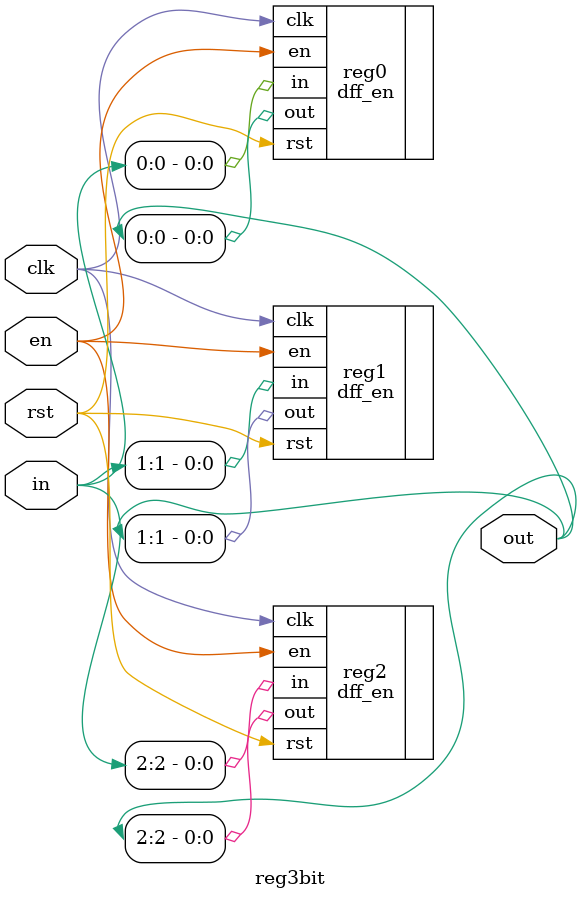
<source format=v>
module reg3bit(clk, rst, en, in, out);
input [2:0] in;
output [2:0] out;
input clk, rst, en;

dff_en reg0(.out(out[0]),.in(in[0]),.en(en),.clk(clk),.rst(rst));
dff_en reg1(.out(out[1]),.in(in[1]),.en(en),.clk(clk),.rst(rst));
dff_en reg2(.out(out[2]),.in(in[2]),.en(en),.clk(clk),.rst(rst));

endmodule

</source>
